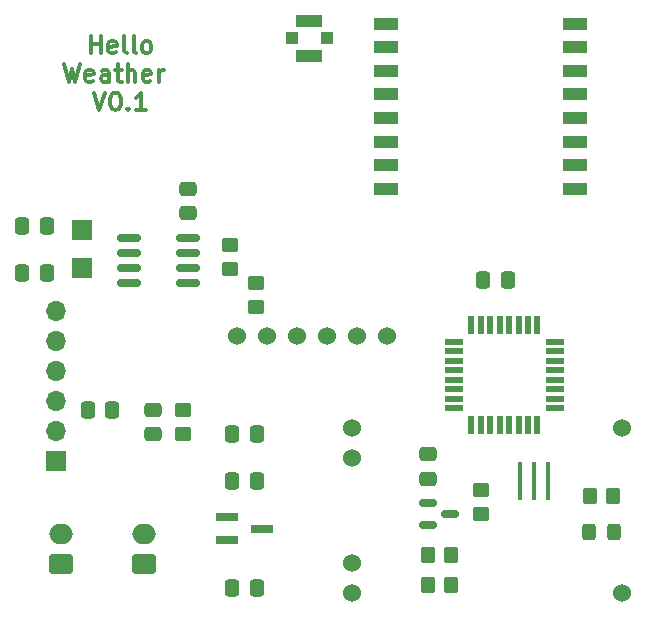
<source format=gts>
G04 #@! TF.GenerationSoftware,KiCad,Pcbnew,(6.0.2-0)*
G04 #@! TF.CreationDate,2022-03-01T18:59:47+01:00*
G04 #@! TF.ProjectId,HelloWeather,48656c6c-6f57-4656-9174-6865722e6b69,rev?*
G04 #@! TF.SameCoordinates,Original*
G04 #@! TF.FileFunction,Soldermask,Top*
G04 #@! TF.FilePolarity,Negative*
%FSLAX46Y46*%
G04 Gerber Fmt 4.6, Leading zero omitted, Abs format (unit mm)*
G04 Created by KiCad (PCBNEW (6.0.2-0)) date 2022-03-01 18:59:47*
%MOMM*%
%LPD*%
G01*
G04 APERTURE LIST*
G04 Aperture macros list*
%AMRoundRect*
0 Rectangle with rounded corners*
0 $1 Rounding radius*
0 $2 $3 $4 $5 $6 $7 $8 $9 X,Y pos of 4 corners*
0 Add a 4 corners polygon primitive as box body*
4,1,4,$2,$3,$4,$5,$6,$7,$8,$9,$2,$3,0*
0 Add four circle primitives for the rounded corners*
1,1,$1+$1,$2,$3*
1,1,$1+$1,$4,$5*
1,1,$1+$1,$6,$7*
1,1,$1+$1,$8,$9*
0 Add four rect primitives between the rounded corners*
20,1,$1+$1,$2,$3,$4,$5,0*
20,1,$1+$1,$4,$5,$6,$7,0*
20,1,$1+$1,$6,$7,$8,$9,0*
20,1,$1+$1,$8,$9,$2,$3,0*%
G04 Aperture macros list end*
%ADD10C,0.300000*%
%ADD11RoundRect,0.250000X0.350000X0.450000X-0.350000X0.450000X-0.350000X-0.450000X0.350000X-0.450000X0*%
%ADD12RoundRect,0.250000X0.475000X-0.337500X0.475000X0.337500X-0.475000X0.337500X-0.475000X-0.337500X0*%
%ADD13R,0.550000X1.600000*%
%ADD14R,1.600000X0.550000*%
%ADD15R,0.400000X3.200000*%
%ADD16R,1.000000X1.000000*%
%ADD17R,2.200000X1.050000*%
%ADD18RoundRect,0.250000X-0.475000X0.337500X-0.475000X-0.337500X0.475000X-0.337500X0.475000X0.337500X0*%
%ADD19RoundRect,0.150000X-0.825000X-0.150000X0.825000X-0.150000X0.825000X0.150000X-0.825000X0.150000X0*%
%ADD20RoundRect,0.250000X-0.350000X-0.450000X0.350000X-0.450000X0.350000X0.450000X-0.350000X0.450000X0*%
%ADD21RoundRect,0.250000X-0.337500X-0.475000X0.337500X-0.475000X0.337500X0.475000X-0.337500X0.475000X0*%
%ADD22RoundRect,0.250000X0.337500X0.475000X-0.337500X0.475000X-0.337500X-0.475000X0.337500X-0.475000X0*%
%ADD23RoundRect,0.250000X0.750000X-0.600000X0.750000X0.600000X-0.750000X0.600000X-0.750000X-0.600000X0*%
%ADD24O,2.000000X1.700000*%
%ADD25RoundRect,0.150000X-0.587500X-0.150000X0.587500X-0.150000X0.587500X0.150000X-0.587500X0.150000X0*%
%ADD26RoundRect,0.250000X0.450000X-0.350000X0.450000X0.350000X-0.450000X0.350000X-0.450000X-0.350000X0*%
%ADD27RoundRect,0.250000X-0.325000X-0.450000X0.325000X-0.450000X0.325000X0.450000X-0.325000X0.450000X0*%
%ADD28R,2.000000X1.000000*%
%ADD29R,1.900000X0.800000*%
%ADD30R,1.800000X1.750000*%
%ADD31RoundRect,0.250000X-0.450000X0.350000X-0.450000X-0.350000X0.450000X-0.350000X0.450000X0.350000X0*%
%ADD32R,1.700000X1.700000*%
%ADD33O,1.700000X1.700000*%
%ADD34C,1.524000*%
G04 APERTURE END LIST*
D10*
X62964285Y-96763571D02*
X62964285Y-95263571D01*
X62964285Y-95977857D02*
X63821428Y-95977857D01*
X63821428Y-96763571D02*
X63821428Y-95263571D01*
X65107142Y-96692142D02*
X64964285Y-96763571D01*
X64678571Y-96763571D01*
X64535714Y-96692142D01*
X64464285Y-96549285D01*
X64464285Y-95977857D01*
X64535714Y-95835000D01*
X64678571Y-95763571D01*
X64964285Y-95763571D01*
X65107142Y-95835000D01*
X65178571Y-95977857D01*
X65178571Y-96120714D01*
X64464285Y-96263571D01*
X66035714Y-96763571D02*
X65892857Y-96692142D01*
X65821428Y-96549285D01*
X65821428Y-95263571D01*
X66821428Y-96763571D02*
X66678571Y-96692142D01*
X66607142Y-96549285D01*
X66607142Y-95263571D01*
X67607142Y-96763571D02*
X67464285Y-96692142D01*
X67392857Y-96620714D01*
X67321428Y-96477857D01*
X67321428Y-96049285D01*
X67392857Y-95906428D01*
X67464285Y-95835000D01*
X67607142Y-95763571D01*
X67821428Y-95763571D01*
X67964285Y-95835000D01*
X68035714Y-95906428D01*
X68107142Y-96049285D01*
X68107142Y-96477857D01*
X68035714Y-96620714D01*
X67964285Y-96692142D01*
X67821428Y-96763571D01*
X67607142Y-96763571D01*
X60750000Y-97678571D02*
X61107142Y-99178571D01*
X61392857Y-98107142D01*
X61678571Y-99178571D01*
X62035714Y-97678571D01*
X63178571Y-99107142D02*
X63035714Y-99178571D01*
X62750000Y-99178571D01*
X62607142Y-99107142D01*
X62535714Y-98964285D01*
X62535714Y-98392857D01*
X62607142Y-98250000D01*
X62750000Y-98178571D01*
X63035714Y-98178571D01*
X63178571Y-98250000D01*
X63250000Y-98392857D01*
X63250000Y-98535714D01*
X62535714Y-98678571D01*
X64535714Y-99178571D02*
X64535714Y-98392857D01*
X64464285Y-98250000D01*
X64321428Y-98178571D01*
X64035714Y-98178571D01*
X63892857Y-98250000D01*
X64535714Y-99107142D02*
X64392857Y-99178571D01*
X64035714Y-99178571D01*
X63892857Y-99107142D01*
X63821428Y-98964285D01*
X63821428Y-98821428D01*
X63892857Y-98678571D01*
X64035714Y-98607142D01*
X64392857Y-98607142D01*
X64535714Y-98535714D01*
X65035714Y-98178571D02*
X65607142Y-98178571D01*
X65250000Y-97678571D02*
X65250000Y-98964285D01*
X65321428Y-99107142D01*
X65464285Y-99178571D01*
X65607142Y-99178571D01*
X66107142Y-99178571D02*
X66107142Y-97678571D01*
X66750000Y-99178571D02*
X66750000Y-98392857D01*
X66678571Y-98250000D01*
X66535714Y-98178571D01*
X66321428Y-98178571D01*
X66178571Y-98250000D01*
X66107142Y-98321428D01*
X68035714Y-99107142D02*
X67892857Y-99178571D01*
X67607142Y-99178571D01*
X67464285Y-99107142D01*
X67392857Y-98964285D01*
X67392857Y-98392857D01*
X67464285Y-98250000D01*
X67607142Y-98178571D01*
X67892857Y-98178571D01*
X68035714Y-98250000D01*
X68107142Y-98392857D01*
X68107142Y-98535714D01*
X67392857Y-98678571D01*
X68750000Y-99178571D02*
X68750000Y-98178571D01*
X68750000Y-98464285D02*
X68821428Y-98321428D01*
X68892857Y-98250000D01*
X69035714Y-98178571D01*
X69178571Y-98178571D01*
X63214285Y-100093571D02*
X63714285Y-101593571D01*
X64214285Y-100093571D01*
X65000000Y-100093571D02*
X65142857Y-100093571D01*
X65285714Y-100165000D01*
X65357142Y-100236428D01*
X65428571Y-100379285D01*
X65500000Y-100665000D01*
X65500000Y-101022142D01*
X65428571Y-101307857D01*
X65357142Y-101450714D01*
X65285714Y-101522142D01*
X65142857Y-101593571D01*
X65000000Y-101593571D01*
X64857142Y-101522142D01*
X64785714Y-101450714D01*
X64714285Y-101307857D01*
X64642857Y-101022142D01*
X64642857Y-100665000D01*
X64714285Y-100379285D01*
X64785714Y-100236428D01*
X64857142Y-100165000D01*
X65000000Y-100093571D01*
X66142857Y-101450714D02*
X66214285Y-101522142D01*
X66142857Y-101593571D01*
X66071428Y-101522142D01*
X66142857Y-101450714D01*
X66142857Y-101593571D01*
X67642857Y-101593571D02*
X66785714Y-101593571D01*
X67214285Y-101593571D02*
X67214285Y-100093571D01*
X67071428Y-100307857D01*
X66928571Y-100450714D01*
X66785714Y-100522142D01*
D11*
X93500000Y-141750000D03*
X91500000Y-141750000D03*
D12*
X71250000Y-110287500D03*
X71250000Y-108212500D03*
D13*
X95200000Y-128250000D03*
X96000000Y-128250000D03*
X96800000Y-128250000D03*
X97600000Y-128250000D03*
X98400000Y-128250000D03*
X99200000Y-128250000D03*
X100000000Y-128250000D03*
X100800000Y-128250000D03*
D14*
X102250000Y-126800000D03*
X102250000Y-126000000D03*
X102250000Y-125200000D03*
X102250000Y-124400000D03*
X102250000Y-123600000D03*
X102250000Y-122800000D03*
X102250000Y-122000000D03*
X102250000Y-121200000D03*
D13*
X100800000Y-119750000D03*
X100000000Y-119750000D03*
X99200000Y-119750000D03*
X98400000Y-119750000D03*
X97600000Y-119750000D03*
X96800000Y-119750000D03*
X96000000Y-119750000D03*
X95200000Y-119750000D03*
D14*
X93750000Y-121200000D03*
X93750000Y-122000000D03*
X93750000Y-122800000D03*
X93750000Y-123600000D03*
X93750000Y-124400000D03*
X93750000Y-125200000D03*
X93750000Y-126000000D03*
X93750000Y-126800000D03*
D15*
X101700000Y-133000000D03*
X100500000Y-133000000D03*
X99300000Y-133000000D03*
D16*
X83000000Y-95500000D03*
X80000000Y-95500000D03*
D17*
X81500000Y-94025000D03*
X81500000Y-96975000D03*
D18*
X68250000Y-126962500D03*
X68250000Y-129037500D03*
D19*
X66250000Y-112440000D03*
X66250000Y-113710000D03*
X66250000Y-114980000D03*
X66250000Y-116250000D03*
X71200000Y-116250000D03*
X71200000Y-114980000D03*
X71200000Y-113710000D03*
X71200000Y-112440000D03*
D20*
X91500000Y-139250000D03*
X93500000Y-139250000D03*
D21*
X62712500Y-127000000D03*
X64787500Y-127000000D03*
D11*
X107225000Y-134262500D03*
X105225000Y-134262500D03*
D22*
X77037500Y-133000000D03*
X74962500Y-133000000D03*
X59262500Y-111345000D03*
X57187500Y-111345000D03*
D23*
X60500000Y-140000000D03*
D24*
X60500000Y-137500000D03*
D25*
X91562500Y-134800000D03*
X91562500Y-136700000D03*
X93437500Y-135750000D03*
D21*
X74962500Y-142000000D03*
X77037500Y-142000000D03*
D22*
X77037500Y-129000000D03*
X74962500Y-129000000D03*
D26*
X77000000Y-118250000D03*
X77000000Y-116250000D03*
D23*
X67500000Y-140000000D03*
D24*
X67500000Y-137500000D03*
D27*
X105200000Y-137262500D03*
X107250000Y-137262500D03*
D22*
X59262500Y-115345000D03*
X57187500Y-115345000D03*
D28*
X104000000Y-108250000D03*
X104000000Y-106250000D03*
X104000000Y-104250000D03*
X104000000Y-102250000D03*
X104000000Y-100250000D03*
X104000000Y-98250000D03*
X104000000Y-96250000D03*
X104000000Y-94250000D03*
X88000000Y-94250000D03*
X88000000Y-96250000D03*
X88000000Y-98250000D03*
X88000000Y-100250000D03*
X88000000Y-102250000D03*
X88000000Y-104250000D03*
X88000000Y-106250000D03*
X88000000Y-108250000D03*
D29*
X74500000Y-136050000D03*
X74500000Y-137950000D03*
X77500000Y-137000000D03*
D26*
X74750000Y-115000000D03*
X74750000Y-113000000D03*
D18*
X91500000Y-130712500D03*
X91500000Y-132787500D03*
D30*
X62250000Y-114970000D03*
X62250000Y-111720000D03*
D21*
X96212500Y-116000000D03*
X98287500Y-116000000D03*
D31*
X70750000Y-127000000D03*
X70750000Y-129000000D03*
D26*
X96000000Y-135750000D03*
X96000000Y-133750000D03*
D32*
X60000000Y-131250000D03*
D33*
X60000000Y-128710000D03*
X60000000Y-126170000D03*
X60000000Y-123630000D03*
X60000000Y-121090000D03*
X60000000Y-118550000D03*
D34*
X107930000Y-128515000D03*
X85070000Y-142485000D03*
X107930000Y-142485000D03*
X85070000Y-139945000D03*
X85070000Y-131055000D03*
X85070000Y-128515000D03*
X88100000Y-120695000D03*
X85560000Y-120695000D03*
X83020000Y-120695000D03*
X80480000Y-120695000D03*
X77940000Y-120695000D03*
X75400000Y-120695000D03*
M02*

</source>
